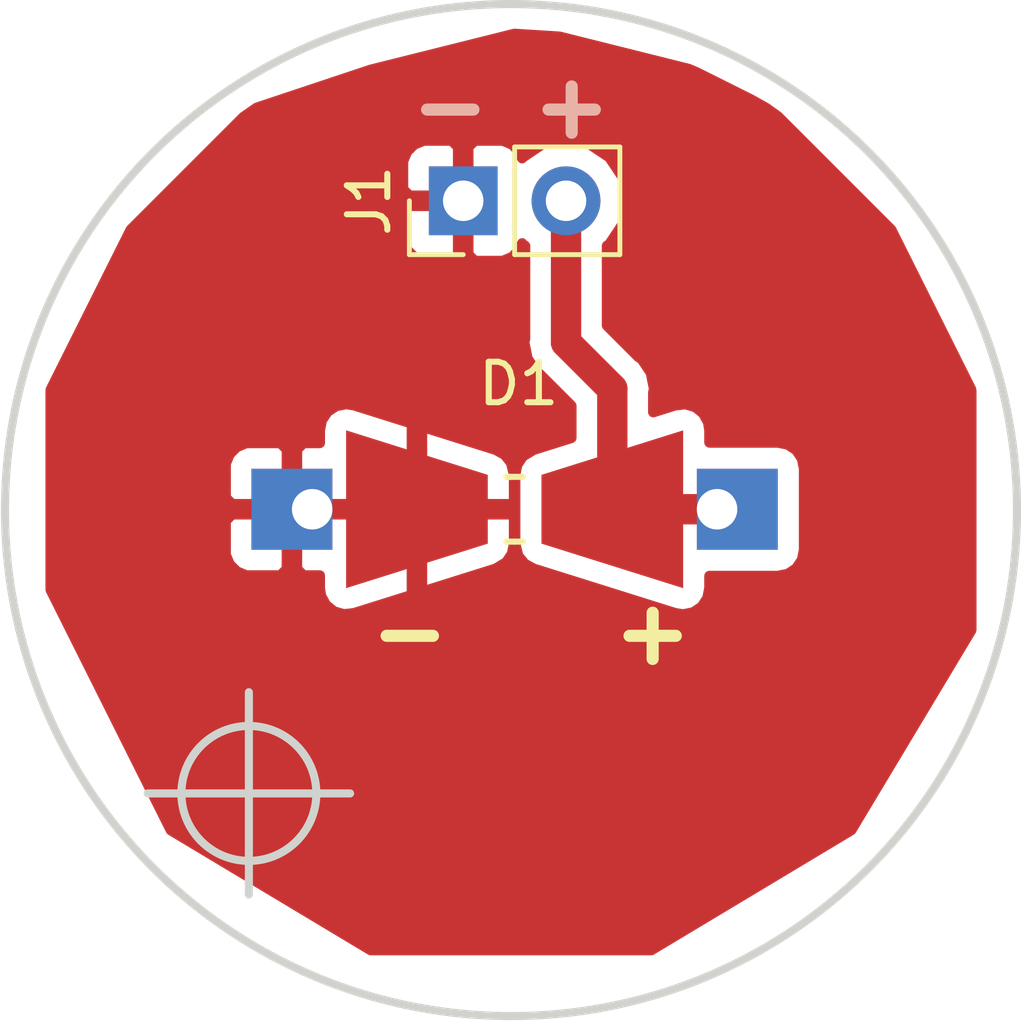
<source format=kicad_pcb>
(kicad_pcb (version 20171130) (host pcbnew "(5.0.0)")

  (general
    (thickness 1.6)
    (drawings 7)
    (tracks 4)
    (zones 0)
    (modules 2)
    (nets 3)
  )

  (page A4)
  (layers
    (0 F.Cu signal)
    (31 B.Cu signal)
    (32 B.Adhes user)
    (33 F.Adhes user)
    (34 B.Paste user)
    (35 F.Paste user)
    (36 B.SilkS user)
    (37 F.SilkS user)
    (38 B.Mask user)
    (39 F.Mask user)
    (40 Dwgs.User user)
    (41 Cmts.User user)
    (42 Eco1.User user)
    (43 Eco2.User user)
    (44 Edge.Cuts user)
    (45 Margin user)
    (46 B.CrtYd user)
    (47 F.CrtYd user)
    (48 B.Fab user)
    (49 F.Fab user)
  )

  (setup
    (last_trace_width 0.25)
    (trace_clearance 0.2)
    (zone_clearance 0.508)
    (zone_45_only no)
    (trace_min 0.2)
    (segment_width 0.2)
    (edge_width 0.2)
    (via_size 0.6)
    (via_drill 0.4)
    (via_min_size 0.4)
    (via_min_drill 0.3)
    (uvia_size 0.3)
    (uvia_drill 0.1)
    (uvias_allowed no)
    (uvia_min_size 0.2)
    (uvia_min_drill 0.1)
    (pcb_text_width 0.3)
    (pcb_text_size 1.5 1.5)
    (mod_edge_width 0.15)
    (mod_text_size 1 1)
    (mod_text_width 0.15)
    (pad_size 1.524 1.524)
    (pad_drill 0.762)
    (pad_to_mask_clearance 0.2)
    (aux_axis_origin 142.05 100.975)
    (visible_elements 7FFFFFFF)
    (pcbplotparams
      (layerselection 0x3ffff_ffffffff)
      (usegerberextensions false)
      (usegerberattributes false)
      (usegerberadvancedattributes false)
      (creategerberjobfile false)
      (excludeedgelayer true)
      (linewidth 0.100000)
      (plotframeref false)
      (viasonmask false)
      (mode 1)
      (useauxorigin false)
      (hpglpennumber 1)
      (hpglpenspeed 20)
      (hpglpendiameter 15.000000)
      (psnegative false)
      (psa4output false)
      (plotreference true)
      (plotvalue true)
      (plotinvisibletext false)
      (padsonsilk false)
      (subtractmaskfromsilk false)
      (outputformat 1)
      (mirror false)
      (drillshape 0)
      (scaleselection 1)
      (outputdirectory "gerber/"))
  )

  (net 0 "")
  (net 1 GND)
  (net 2 +3V3)

  (net_class Default "This is the default net class."
    (clearance 0.2)
    (trace_width 0.25)
    (via_dia 0.6)
    (via_drill 0.4)
    (uvia_dia 0.3)
    (uvia_drill 0.1)
  )

  (net_class thick ""
    (clearance 0.4)
    (trace_width 0.75)
    (via_dia 0.7)
    (via_drill 0.5)
    (uvia_dia 0.3)
    (uvia_drill 0.1)
    (add_net +3V3)
    (add_net GND)
  )

  (module Resistors_Universal:Resistor_SMD+THTuniversal_0805to2512_RM10_HandSoldering (layer F.Cu) (tedit 0) (tstamp 5B51E6BB)
    (at 148.59 93.98)
    (descr "Resistor, SMD and THT, universal, 0805 to 2512, RM10, Hand soldering,")
    (tags "Resistor, SMD and THT, universal, 0805 to 2512, RM10, Hand soldering,")
    (path /5B51B6AA)
    (fp_text reference D1 (at 0.09906 -3.0988) (layer F.SilkS)
      (effects (font (size 1 1) (thickness 0.15)))
    )
    (fp_text value LED (at -0.39878 4.20116) (layer F.Fab)
      (effects (font (size 1 1) (thickness 0.15)))
    )
    (fp_line (start 0 0.8001) (end 0.20066 0.8001) (layer F.SilkS) (width 0.15))
    (fp_line (start 0 0.8001) (end -0.20066 0.8001) (layer F.SilkS) (width 0.15))
    (fp_line (start -0.09906 -0.8001) (end -0.20066 -0.8001) (layer F.SilkS) (width 0.15))
    (fp_line (start -0.20066 -0.8001) (end 0.20066 -0.8001) (layer F.SilkS) (width 0.15))
    (pad 1 smd trapezoid (at -2.413 0) (size 3.50012 2.79908) (rect_delta 1.09982 0 ) (layers F.Cu F.Paste F.Mask)
      (net 1 GND))
    (pad 2 smd trapezoid (at 2.413 0 180) (size 3.50012 2.79908) (rect_delta 1.09982 0 ) (layers F.Cu F.Paste F.Mask)
      (net 2 +3V3))
    (pad 1 thru_hole rect (at -5.00126 0 180) (size 1.99898 1.99898) (drill 1.00076 (offset 0.50038 0)) (layers *.Cu *.Mask)
      (net 1 GND))
    (pad 2 thru_hole rect (at 5.00126 0 180) (size 1.99898 1.99898) (drill 1.00076 (offset -0.50038 0)) (layers *.Cu *.Mask)
      (net 2 +3V3))
  )

  (module Socket_Strips:Socket_Strip_Straight_1x02_Pitch2.54mm (layer F.Cu) (tedit 5B51EA41) (tstamp 5B51E6C1)
    (at 147.32 86.36 90)
    (descr "Through hole straight socket strip, 1x02, 2.54mm pitch, single row")
    (tags "Through hole socket strip THT 1x02 2.54mm single row")
    (path /5B51B72A)
    (fp_text reference J1 (at 0 -2.33 90) (layer F.SilkS)
      (effects (font (size 1 1) (thickness 0.15)))
    )
    (fp_text value Conn_01x02_Female (at -2.64 1.68 180) (layer F.Fab)
      (effects (font (size 1 1) (thickness 0.15)))
    )
    (fp_line (start -1.27 -1.27) (end -1.27 3.81) (layer F.Fab) (width 0.1))
    (fp_line (start -1.27 3.81) (end 1.27 3.81) (layer F.Fab) (width 0.1))
    (fp_line (start 1.27 3.81) (end 1.27 -1.27) (layer F.Fab) (width 0.1))
    (fp_line (start 1.27 -1.27) (end -1.27 -1.27) (layer F.Fab) (width 0.1))
    (fp_line (start -1.33 1.27) (end -1.33 3.87) (layer F.SilkS) (width 0.12))
    (fp_line (start -1.33 3.87) (end 1.33 3.87) (layer F.SilkS) (width 0.12))
    (fp_line (start 1.33 3.87) (end 1.33 1.27) (layer F.SilkS) (width 0.12))
    (fp_line (start 1.33 1.27) (end -1.33 1.27) (layer F.SilkS) (width 0.12))
    (fp_line (start -1.33 0) (end -1.33 -1.33) (layer F.SilkS) (width 0.12))
    (fp_line (start -1.33 -1.33) (end 0 -1.33) (layer F.SilkS) (width 0.12))
    (fp_line (start -1.8 -1.8) (end -1.8 4.35) (layer F.CrtYd) (width 0.05))
    (fp_line (start -1.8 4.35) (end 1.8 4.35) (layer F.CrtYd) (width 0.05))
    (fp_line (start 1.8 4.35) (end 1.8 -1.8) (layer F.CrtYd) (width 0.05))
    (fp_line (start 1.8 -1.8) (end -1.8 -1.8) (layer F.CrtYd) (width 0.05))
    (fp_text user %R (at 0 -2.33 90) (layer F.Fab)
      (effects (font (size 1 1) (thickness 0.15)))
    )
    (pad 1 thru_hole rect (at 0 0 90) (size 1.7 1.7) (drill 1) (layers *.Cu *.Mask)
      (net 1 GND))
    (pad 2 thru_hole oval (at 0 2.54 90) (size 1.7 1.7) (drill 1) (layers *.Cu *.Mask)
      (net 2 +3V3))
    (model ${KISYS3DMOD}/Socket_Strips.3dshapes/Socket_Strip_Straight_1x02_Pitch2.54mm.wrl
      (offset (xyz 0 -1.269999980926514 0))
      (scale (xyz 1 1 1))
      (rotate (xyz 0 0 270))
    )
  )

  (gr_circle (center 148.5 94.081234) (end 136.5 90.5) (layer Margin) (width 0.2))
  (target plus (at 142.025 101) (size 5) (width 0.2) (layer Edge.Cuts))
  (gr_text - (at 147 84) (layer B.SilkS)
    (effects (font (size 1.5 1.5) (thickness 0.3)))
  )
  (gr_text + (at 150 84) (layer B.SilkS)
    (effects (font (size 1.5 1.5) (thickness 0.3)))
  )
  (gr_text - (at 146 97) (layer F.SilkS)
    (effects (font (size 1.5 1.5) (thickness 0.3)))
  )
  (gr_text + (at 152 97) (layer F.SilkS)
    (effects (font (size 1.5 1.5) (thickness 0.3)))
  )
  (gr_circle (center 148.5 94) (end 161 94) (layer Edge.Cuts) (width 0.2))

  (segment (start 153.59126 93.98) (end 151.003 93.98) (width 0.75) (layer F.Cu) (net 2))
  (segment (start 151.003 93.98) (end 151.003 91.003) (width 0.75) (layer F.Cu) (net 2))
  (segment (start 149.86 89.86) (end 149.86 86.36) (width 0.75) (layer F.Cu) (net 2) (tstamp 5B51E8DC))
  (segment (start 151.003 91.003) (end 149.86 89.86) (width 0.75) (layer F.Cu) (net 2) (tstamp 5B51E8D4))

  (zone (net 1) (net_name GND) (layer F.Cu) (tstamp 5B607243) (hatch edge 0.508)
    (connect_pads (clearance 0.508))
    (min_thickness 0.254)
    (fill yes (arc_segments 16) (thermal_gap 0.508) (thermal_bridge_width 0.508))
    (polygon
      (pts
        (xy 137 91) (xy 137 96) (xy 140 102) (xy 145 105) (xy 152 105)
        (xy 157 102) (xy 160 97) (xy 160 91) (xy 158 87) (xy 155 84)
        (xy 153 83) (xy 149 82) (xy 145 83) (xy 142 84) (xy 139 87)
      )
    )
    (filled_polygon
      (pts
        (xy 149.69844 82.305519) (xy 152.891886 83.10388) (xy 153.092128 83.188054) (xy 154.422032 83.853006) (xy 154.804002 84.066482)
        (xy 155.095739 84.275345) (xy 157.895626 87.075232) (xy 159.862214 91.008407) (xy 159.873 91.046024) (xy 159.873 96.964822)
        (xy 156.907433 101.907433) (xy 151.964822 104.873) (xy 145.035178 104.873) (xy 140.097052 101.910125) (xy 137.127 95.97002)
        (xy 137.127 94.26575) (xy 141.45387 94.26575) (xy 141.45387 95.1058) (xy 141.550543 95.339189) (xy 141.729172 95.517817)
        (xy 141.962561 95.61449) (xy 142.80261 95.61449) (xy 142.96136 95.45574) (xy 142.96136 94.107) (xy 143.21536 94.107)
        (xy 143.21536 95.45574) (xy 143.37411 95.61449) (xy 143.7795 95.61449) (xy 143.7795 95.92945) (xy 143.809275 96.123535)
        (xy 143.930565 96.345131) (xy 144.127424 96.503444) (xy 144.369881 96.574371) (xy 144.621025 96.547115) (xy 146.05 96.098097)
        (xy 146.05 94.107) (xy 146.304 94.107) (xy 146.304 96.018285) (xy 148.121145 95.447295) (xy 148.384869 95.287439)
        (xy 148.525217 95.077395) (xy 148.5745 94.82963) (xy 148.5745 94.107) (xy 146.304 94.107) (xy 146.05 94.107)
        (xy 143.21536 94.107) (xy 142.96136 94.107) (xy 141.61262 94.107) (xy 141.45387 94.26575) (xy 137.127 94.26575)
        (xy 137.127 92.8542) (xy 141.45387 92.8542) (xy 141.45387 93.69425) (xy 141.61262 93.853) (xy 142.96136 93.853)
        (xy 142.96136 92.50426) (xy 143.21536 92.50426) (xy 143.21536 93.853) (xy 146.05 93.853) (xy 146.304 93.853)
        (xy 148.5745 93.853) (xy 148.5745 93.13037) (xy 148.501054 92.830854) (xy 148.342741 92.633995) (xy 148.121145 92.512705)
        (xy 146.304 91.941715) (xy 146.304 93.853) (xy 146.05 93.853) (xy 146.05 91.861903) (xy 144.621025 91.412885)
        (xy 144.42694 91.38311) (xy 144.179175 91.432393) (xy 143.969131 91.572741) (xy 143.828783 91.782785) (xy 143.7795 92.03055)
        (xy 143.7795 92.34551) (xy 143.37411 92.34551) (xy 143.21536 92.50426) (xy 142.96136 92.50426) (xy 142.80261 92.34551)
        (xy 141.962561 92.34551) (xy 141.729172 92.442183) (xy 141.550543 92.620811) (xy 141.45387 92.8542) (xy 137.127 92.8542)
        (xy 137.127 91.02998) (xy 139.104374 87.075232) (xy 139.533856 86.64575) (xy 145.835 86.64575) (xy 145.835 87.336309)
        (xy 145.931673 87.569698) (xy 146.110301 87.748327) (xy 146.34369 87.845) (xy 147.03425 87.845) (xy 147.193 87.68625)
        (xy 147.193 86.487) (xy 145.99375 86.487) (xy 145.835 86.64575) (xy 139.533856 86.64575) (xy 140.795915 85.383691)
        (xy 145.835 85.383691) (xy 145.835 86.07425) (xy 145.99375 86.233) (xy 147.193 86.233) (xy 147.193 85.03375)
        (xy 147.447 85.03375) (xy 147.447 86.233) (xy 147.467 86.233) (xy 147.467 86.487) (xy 147.447 86.487)
        (xy 147.447 87.68625) (xy 147.60575 87.845) (xy 148.29631 87.845) (xy 148.529699 87.748327) (xy 148.708327 87.569698)
        (xy 148.774904 87.408967) (xy 148.789375 87.430625) (xy 148.850001 87.471134) (xy 148.85 89.760529) (xy 148.830214 89.86)
        (xy 148.85 89.959471) (xy 148.85 89.959475) (xy 148.908601 90.254081) (xy 149.131831 90.588169) (xy 149.216163 90.644518)
        (xy 149.993001 91.421356) (xy 149.993001 92.219174) (xy 149.058855 92.512705) (xy 148.795131 92.672561) (xy 148.654783 92.882605)
        (xy 148.6055 93.13037) (xy 148.6055 94.82963) (xy 148.678946 95.129146) (xy 148.837259 95.326005) (xy 149.058855 95.447295)
        (xy 152.558975 96.547115) (xy 152.75306 96.57689) (xy 153.000825 96.527607) (xy 153.210869 96.387259) (xy 153.351217 96.177215)
        (xy 153.4005 95.92945) (xy 153.4005 95.62693) (xy 155.09113 95.62693) (xy 155.338895 95.577647) (xy 155.548939 95.437299)
        (xy 155.689287 95.227255) (xy 155.73857 94.97949) (xy 155.73857 92.98051) (xy 155.689287 92.732745) (xy 155.548939 92.522701)
        (xy 155.338895 92.382353) (xy 155.09113 92.33307) (xy 153.4005 92.33307) (xy 153.4005 92.03055) (xy 153.370725 91.836465)
        (xy 153.249435 91.614869) (xy 153.052576 91.456556) (xy 152.810119 91.385629) (xy 152.558975 91.412885) (xy 152.013 91.584443)
        (xy 152.013 91.10247) (xy 152.032786 91.002999) (xy 152.013 90.903528) (xy 152.013 90.903524) (xy 151.954399 90.608918)
        (xy 151.731169 90.274831) (xy 151.646837 90.218482) (xy 150.87 89.441645) (xy 150.87 87.471133) (xy 150.930625 87.430625)
        (xy 151.258839 86.939418) (xy 151.374092 86.36) (xy 151.258839 85.780582) (xy 150.930625 85.289375) (xy 150.439418 84.961161)
        (xy 150.006256 84.875) (xy 149.713744 84.875) (xy 149.280582 84.961161) (xy 148.789375 85.289375) (xy 148.774904 85.311033)
        (xy 148.708327 85.150302) (xy 148.529699 84.971673) (xy 148.29631 84.875) (xy 147.60575 84.875) (xy 147.447 85.03375)
        (xy 147.193 85.03375) (xy 147.03425 84.875) (xy 146.34369 84.875) (xy 146.110301 84.971673) (xy 145.931673 85.150302)
        (xy 145.835 85.383691) (xy 140.795915 85.383691) (xy 141.892222 84.287384) (xy 142.217335 84.061425) (xy 145.035538 83.122024)
        (xy 148.582417 82.235305)
      )
    )
  )
)

</source>
